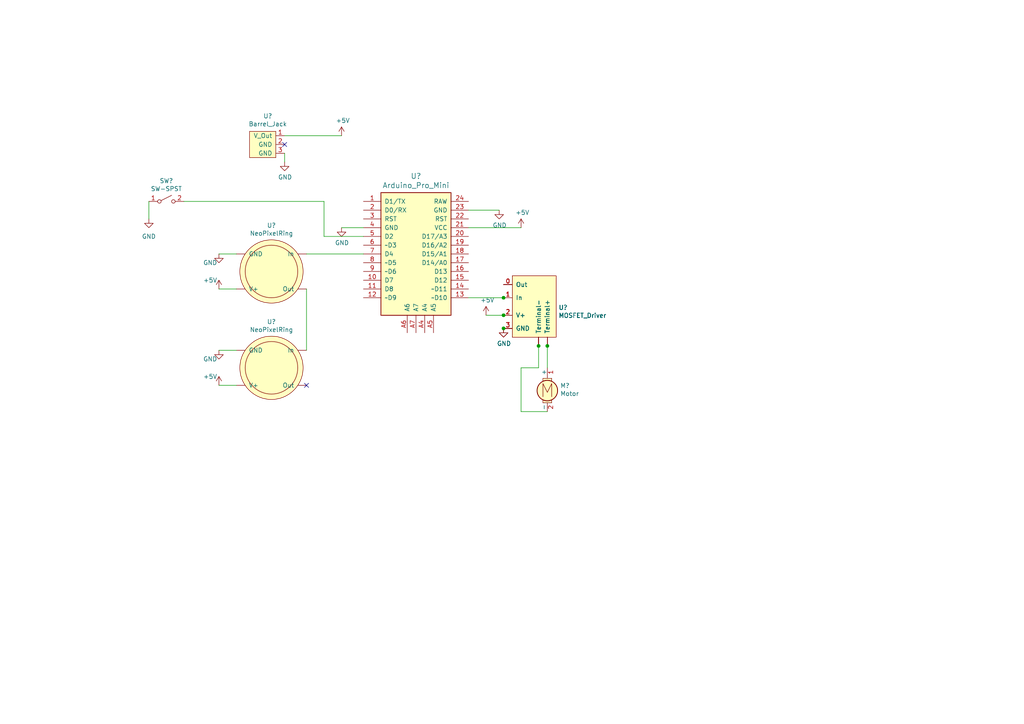
<source format=kicad_sch>
(kicad_sch (version 20230121) (generator eeschema)
  (paper "A4")
  (lib_symbols
    (symbol "chaos-clock-circuit-rescue:Arduino_Pro_Mini-Arduino" (pin_names (offset 1.016))
      (property "Reference" "U" (at -10.16 21.59 0))
      (property "Value" "Arduino_Arduino_Pro_Mini" (at 0 19.05 0))
      (symbol "Arduino_Pro_Mini-Arduino_0_1"
        (rectangle (start -10.16 17.78) (end 10.16 -17.78) (stroke (width 0.254)) (fill (type background)))
      )
      (symbol "Arduino_Pro_Mini-Arduino_1_1"
        (pin bidirectional line (at -15.24 15.24 0) (length 5.08) (name "D1/TX") (number "1"))
        (pin bidirectional line (at -15.24 -7.62 0) (length 5.08) (name "D7") (number "10"))
        (pin bidirectional line (at -15.24 -10.16 0) (length 5.08) (name "D8") (number "11"))
        (pin bidirectional line (at -15.24 -12.7 0) (length 5.08) (name "~D9") (number "12"))
        (pin bidirectional line (at 15.24 -12.7 180) (length 5.08) (name "~D10") (number "13"))
        (pin bidirectional line (at 15.24 -10.16 180) (length 5.08) (name "~D11") (number "14"))
        (pin bidirectional line (at 15.24 -7.62 180) (length 5.08) (name "D12") (number "15"))
        (pin bidirectional line (at 15.24 -5.08 180) (length 5.08) (name "D13") (number "16"))
        (pin bidirectional line (at 15.24 -2.54 180) (length 5.08) (name "D14/A0") (number "17"))
        (pin bidirectional line (at 15.24 0 180) (length 5.08) (name "D15/A1") (number "18"))
        (pin bidirectional line (at 15.24 2.54 180) (length 5.08) (name "D16/A2") (number "19"))
        (pin bidirectional line (at -15.24 12.7 0) (length 5.08) (name "D0/RX") (number "2"))
        (pin bidirectional line (at 15.24 5.08 180) (length 5.08) (name "D17/A3") (number "20"))
        (pin power_in line (at 15.24 7.62 180) (length 5.08) (name "VCC") (number "21"))
        (pin input line (at 15.24 10.16 180) (length 5.08) (name "RST") (number "22"))
        (pin power_in line (at 15.24 12.7 180) (length 5.08) (name "GND") (number "23"))
        (pin power_out line (at 15.24 15.24 180) (length 5.08) (name "RAW") (number "24"))
        (pin input line (at -15.24 10.16 0) (length 5.08) (name "RST") (number "3"))
        (pin power_in line (at -15.24 7.62 0) (length 5.08) (name "GND") (number "4"))
        (pin bidirectional line (at -15.24 5.08 0) (length 5.08) (name "D2") (number "5"))
        (pin bidirectional line (at -15.24 2.54 0) (length 5.08) (name "~D3") (number "6"))
        (pin bidirectional line (at -15.24 0 0) (length 5.08) (name "D4") (number "7"))
        (pin bidirectional line (at -15.24 -2.54 0) (length 5.08) (name "~D5") (number "8"))
        (pin bidirectional line (at -15.24 -5.08 0) (length 5.08) (name "~D6") (number "9"))
        (pin bidirectional line (at 2.54 -22.86 90) (length 5.08) (name "A4") (number "A4"))
        (pin bidirectional line (at 5.08 -22.86 90) (length 5.08) (name "A5") (number "A5"))
        (pin bidirectional line (at -2.54 -22.86 90) (length 5.08) (name "A6") (number "A6"))
        (pin bidirectional line (at 0 -22.86 90) (length 5.08) (name "A7") (number "A7"))
      )
    )
    (symbol "chaos-clock-circuit-rescue:Barrel_Jack-Misc_Added_Symbols" (pin_names (offset 1.016))
      (property "Reference" "U" (at 0 0 0))
      (property "Value" "Misc_Added_Symbols_Barrel_Jack" (at 0 -2.54 0))
      (symbol "Barrel_Jack-Misc_Added_Symbols_0_1"
        (rectangle (start 2.54 -5.08) (end -5.08 -12.7) (fill (type background)))
      )
      (symbol "Barrel_Jack-Misc_Added_Symbols_1_1"
        (pin power_out line (at 5.08 -6.35 180) (length 2.54) (name "V_Out") (number "1"))
        (pin bidirectional line (at 5.08 -8.89 180) (length 2.54) (name "GND") (number "2"))
        (pin bidirectional line (at 5.08 -11.43 180) (length 2.54) (name "GND") (number "3"))
      )
    )
    (symbol "chaos-clock-circuit-rescue:MOSFET_Driver-Misc_Added_Symbols" (pin_names (offset 1.016))
      (property "Reference" "U" (at 0 0 0))
      (property "Value" "Misc_Added_Symbols_MOSFET_Driver" (at 0 -2.54 0))
      (symbol "MOSFET_Driver-Misc_Added_Symbols_0_1"
        (rectangle (start -8.89 -3.81) (end 8.89 -16.51) (fill (type background)))
      )
      (symbol "MOSFET_Driver-Misc_Added_Symbols_1_1"
        (pin output line (at -6.35 -19.05 90) (length 2.54) (name "Out") (number "0"))
        (pin input line (at -2.54 -19.05 90) (length 2.54) (name "In") (number "1"))
        (pin input line (at 2.54 -19.05 90) (length 2.54) (name "V+") (number "2"))
        (pin passive line (at 6.35 -19.05 90) (length 2.54) (name "GND") (number "3"))
        (pin output line (at 11.43 -6.35 180) (length 2.54) (name "Terminal+") (number "~"))
        (pin output line (at 11.43 -8.89 180) (length 2.54) (name "Terminal-") (number "~"))
      )
    )
    (symbol "chaos-clock-circuit-rescue:Motor-ME218_BaseLib" (pin_names (offset 0))
      (property "Reference" "M" (at 2.54 2.54 0))
      (property "Value" "ME218_BaseLib_Motor" (at 2.54 -5.08 0))
      (symbol "Motor-ME218_BaseLib_0_0"
        (circle (center 0 -1.524) (radius 2.9718) (stroke (width 0.254)) (fill (type background)))
        (polyline (pts (xy -1.27 -4.318) (xy -1.27 -5.08) (xy 1.27 -5.08) (xy 1.27 -4.318)) (fill (type background)))
        (polyline (pts (xy -1.27 1.27) (xy -1.27 2.032) (xy 1.27 2.032) (xy 1.27 1.27)) (fill (type background)))
        (polyline (pts (xy -1.27 -3.302) (xy -1.27 0.508) (xy 0 -2.032) (xy 1.27 0.508) (xy 1.27 -3.302)))
      )
      (symbol "Motor-ME218_BaseLib_0_1"
        (polyline (pts (xy 0 2.032) (xy 0 2.54)))
      )
      (symbol "Motor-ME218_BaseLib_1_1"
        (pin passive line (at 0 5.08 270) (length 2.54) (name "+") (number "1"))
        (pin passive line (at 0 -7.62 90) (length 2.54) (name "-") (number "2"))
      )
    )
    (symbol "chaos-clock-circuit-rescue:NeoPixelRing-Misc_Added_Symbols" (pin_names (offset 1.016))
      (property "Reference" "U" (at 0 1.27 0))
      (property "Value" "Misc_Added_Symbols_NeoPixelRing" (at 0 -1.27 0))
      (symbol "NeoPixelRing-Misc_Added_Symbols_0_1"
        (circle (center 0 -12.7) (radius 7.62))
        (circle (center 0 -12.7) (radius 9.1694) (fill (type background)))
      )
      (symbol "NeoPixelRing-Misc_Added_Symbols_1_1"
        (pin passive line (at -10.16 -7.62 0) (length 2.54) (name "GND") (number "~"))
        (pin input line (at 10.16 -7.62 180) (length 2.54) (name "In") (number "~"))
        (pin output line (at 10.16 -17.78 180) (length 2.54) (name "Out") (number "~"))
        (pin input line (at -10.16 -17.78 0) (length 2.54) (name "V+") (number "~"))
      )
    )
    (symbol "chaos-clock-circuit-rescue:SW-SPST-ME218_BaseLib" (pin_names (offset 0) hide)
      (property "Reference" "SW" (at 0 3.175 0))
      (property "Value" "ME218_BaseLib_SW-SPST" (at 0 -2.54 0))
      (symbol "SW-SPST-ME218_BaseLib_0_0"
        (circle (center -2.032 0) (radius 0.508))
        (polyline (pts (xy -1.524 0.254) (xy 1.524 1.778)))
        (circle (center 2.032 0) (radius 0.508))
      )
      (symbol "SW-SPST-ME218_BaseLib_1_1"
        (pin passive line (at -5.08 0 0) (length 2.54) (name "A") (number "1"))
        (pin passive line (at 5.08 0 180) (length 2.54) (name "B") (number "2"))
      )
    )
    (symbol "power:+5V" (power) (pin_names (offset 0))
      (property "Value" "+5V" (at 0 3.556 0))
      (symbol "+5V_0_1"
        (polyline (pts (xy -0.762 1.27) (xy 0 2.54)))
        (polyline (pts (xy 0 0) (xy 0 2.54)))
        (polyline (pts (xy 0 2.54) (xy 0.762 1.27)))
      )
      (symbol "+5V_1_1"
        (pin power_in line (at 0 0 90) (length 0) hide (name "+5V") (number "1"))
      )
    )
    (symbol "power:GND" (power) (pin_names (offset 0))
      (property "Value" "GND" (at 0 -3.81 0))
      (symbol "GND_0_1"
        (polyline (pts (xy 0 0) (xy 0 -1.27) (xy 1.27 -1.27) (xy 0 -2.54) (xy -1.27 -1.27) (xy 0 -1.27)))
      )
      (symbol "GND_1_1"
        (pin power_in line (at 0 0 270) (length 0) hide (name "GND") (number "1"))
      )
    )
  )
  (junction (at 146.05 91.44))
  (junction (at 156.21 100.33))
  (junction (at 146.05 95.25))
  (junction (at 158.75 100.33))
  (junction (at 146.05 86.36))
  (no_connect (at 88.9 111.76))
  (no_connect (at 82.55 41.91))
  (wire (pts (xy 158.75 100.33) (xy 158.75 106.68)))
  (wire (pts (xy 135.89 60.96) (xy 144.78 60.96)))
  (wire (pts (xy 156.21 106.68) (xy 151.13 106.68)))
  (wire (pts (xy 53.34 58.42) (xy 93.98 58.42)))
  (wire (pts (xy 82.55 39.37) (xy 99.06 39.37)))
  (wire (pts (xy 105.41 73.66) (xy 88.9 73.66)))
  (wire (pts (xy 63.5 111.76) (xy 68.58 111.76)))
  (wire (pts (xy 151.13 106.68) (xy 151.13 119.38)))
  (wire (pts (xy 93.98 68.58) (xy 105.41 68.58)))
  (wire (pts (xy 43.18 58.42) (xy 43.18 63.5)))
  (wire (pts (xy 135.89 66.04) (xy 151.13 66.04)))
  (wire (pts (xy 93.98 58.42) (xy 93.98 68.58)))
  (wire (pts (xy 68.58 73.66) (xy 63.5 73.66)))
  (wire (pts (xy 140.97 91.44) (xy 146.05 91.44)))
  (wire (pts (xy 135.89 86.36) (xy 146.05 86.36)))
  (wire (pts (xy 88.9 83.82) (xy 88.9 101.6)))
  (wire (pts (xy 63.5 101.6) (xy 68.58 101.6)))
  (wire (pts (xy 156.21 100.33) (xy 156.21 106.68)))
  (wire (pts (xy 99.06 66.04) (xy 105.41 66.04)))
  (wire (pts (xy 63.5 83.82) (xy 68.58 83.82)))
  (wire (pts (xy 82.55 44.45) (xy 82.55 46.99)))
  (wire (pts (xy 151.13 119.38) (xy 158.75 119.38)))
  (symbol (lib_id "chaos-clock-circuit-rescue:Arduino_Pro_Mini-Arduino") (at 120.65 73.66 0) (unit 1)
    (property "Reference" "U?" (at 120.65 51.0794 0) (effects (font (size 1.524 1.524))))
    (property "Value" "Arduino_Pro_Mini" (at 120.65 53.7718 0) (effects (font (size 1.524 1.524))))
    (property "Footprint" "Arduino:Arduino_Pro_Mini" (effects hide))
    (property "Datasheet" "https://www.sparkfun.com/products/11113" (effects hide))
  )
  (symbol (lib_id "power:GND") (at 82.55 46.99 0) (unit 1)
    (property "Reference" "#PWR?" (effects hide))
    (property "Value" "GND" (at 82.677 51.3842 0))
  )
  (symbol (lib_id "power:GND") (at 63.5 73.66 0) (unit 1)
    (property "Reference" "#PWR?" (effects hide))
    (property "Value" "GND" (at 60.96 76.2 0))
  )
  (symbol (lib_id "power:GND") (at 63.5 101.6 0) (unit 1)
    (property "Reference" "#PWR?" (effects hide))
    (property "Value" "GND" (at 60.96 104.14 0))
  )
  (symbol (lib_id "chaos-clock-circuit-rescue:Barrel_Jack-Misc_Added_Symbols") (at 77.47 33.02 0) (unit 1)
    (property "Reference" "U?" (at 77.6732 33.655 0))
    (property "Value" "Barrel_Jack" (at 77.6732 35.9664 0))
    (property "Footprint" "Connector_BarrelJack:BarrelJack_CUI_PJ-036AH-SMT_Horizontal" (effects hide))
  )
  (symbol (lib_id "power:GND") (at 146.05 95.25 0) (unit 1)
    (property "Reference" "#PWR?" (effects hide))
    (property "Value" "GND" (at 146.177 99.6442 0))
  )
  (symbol (lib_id "power:GND") (at 144.78 60.96 0) (unit 1)
    (property "Reference" "#PWR?" (effects hide))
    (property "Value" "GND" (at 144.907 65.3542 0))
  )
  (symbol (lib_id "power:GND") (at 99.06 66.04 0) (unit 1)
    (property "Reference" "#PWR?" (effects hide))
    (property "Value" "GND" (at 99.187 70.4342 0))
  )
  (symbol (lib_id "chaos-clock-circuit-rescue:Motor-ME218_BaseLib") (at 158.75 111.76 0) (unit 1)
    (property "Reference" "M?" (at 162.4838 111.8616 0) (effects (justify left)))
    (property "Value" "Motor" (at 162.4838 114.173 0) (effects (justify left)))
  )
  (symbol (lib_id "chaos-clock-circuit-rescue:MOSFET_Driver-Misc_Added_Symbols") (at 165.1 88.9 270) (unit 1)
    (property "Reference" "U?" (at 162.0012 89.2048 90) (effects (justify left)))
    (property "Value" "MOSFET_Driver" (at 162.0012 91.5162 90) (effects (justify left)))
  )
  (symbol (lib_id "chaos-clock-circuit-rescue:NeoPixelRing-Misc_Added_Symbols") (at 78.74 66.04 0) (unit 1)
    (property "Reference" "U?" (at 78.74 65.3796 0))
    (property "Value" "NeoPixelRing" (at 78.74 67.691 0))
  )
  (symbol (lib_id "chaos-clock-circuit-rescue:NeoPixelRing-Misc_Added_Symbols") (at 78.74 93.98 0) (unit 1)
    (property "Reference" "U?" (at 78.74 93.3196 0))
    (property "Value" "NeoPixelRing" (at 78.74 95.631 0))
  )
  (symbol (lib_id "power:+5V") (at 99.06 39.37 0) (unit 1)
    (property "Reference" "#PWR?" (effects hide))
    (property "Value" "+5V" (at 99.441 34.9758 0))
  )
  (symbol (lib_id "power:+5V") (at 151.13 66.04 0) (unit 1)
    (property "Reference" "#PWR?" (effects hide))
    (property "Value" "+5V" (at 151.511 61.6458 0))
  )
  (symbol (lib_id "power:+5V") (at 140.97 91.44 0) (unit 1)
    (property "Reference" "#PWR?" (effects hide))
    (property "Value" "+5V" (at 141.351 87.0458 0))
  )
  (symbol (lib_id "power:+5V") (at 63.5 83.82 0) (unit 1)
    (property "Reference" "#PWR?" (effects hide))
    (property "Value" "+5V" (at 60.96 81.28 0))
  )
  (symbol (lib_id "power:+5V") (at 63.5 111.76 0) (unit 1)
    (property "Reference" "#PWR?" (effects hide))
    (property "Value" "+5V" (at 60.96 109.22 0))
  )
  (symbol (lib_id "chaos-clock-circuit-rescue:SW-SPST-ME218_BaseLib") (at 48.26 58.42 0) (unit 1)
    (property "Reference" "SW?" (at 48.26 52.451 0))
    (property "Value" "SW-SPST" (at 48.26 54.7624 0))
  )
  (symbol (lib_id "chaos-clock-circuit-rescue:MOSFET_Driver-Misc_Added_Symbols") (at 165.1 88.9 270) (unit 1)
    (property "Reference" "U?" (at 162.0012 89.2048 90) (effects (justify left)))
    (property "Value" "MOSFET_Driver" (at 162.0012 91.5162 90) (effects (justify left)))
  )
  (symbol (lib_id "power:GND") (at 146.05 95.25 0) (unit 1)
    (property "Reference" "#PWR?" (effects hide))
    (property "Value" "GND" (at 146.177 99.6442 0))
  )
  (symbol (lib_id "power:GND") (at 43.18 63.5 0) (unit 1)
    (property "Reference" "#PWR?" (effects hide))
    (property "Value" "GND" (at 43.18 68.58 0))
  )
)
</source>
